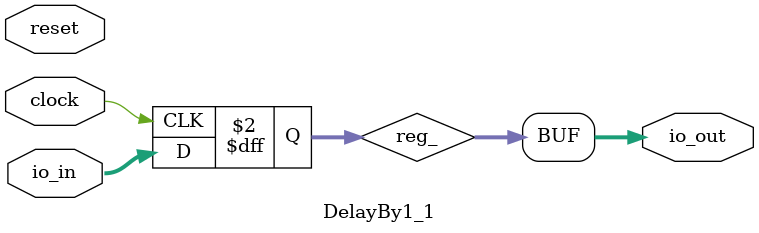
<source format=v>
module DelayBy1_1(
  input         clock,
  input         reset,
  input  [15:0] io_in,
  output [15:0] io_out
);
`ifdef RANDOMIZE_REG_INIT
  reg [31:0] _RAND_0;
`endif // RANDOMIZE_REG_INIT
  reg [15:0] reg_; // @[delayby1.scala 13:24]
  assign io_out = reg_; // @[delayby1.scala 16:10]
  always @(posedge clock) begin
    reg_ <= io_in; // @[delayby1.scala 15:7]
  end
// Register and memory initialization
`ifdef RANDOMIZE_GARBAGE_ASSIGN
`define RANDOMIZE
`endif
`ifdef RANDOMIZE_INVALID_ASSIGN
`define RANDOMIZE
`endif
`ifdef RANDOMIZE_REG_INIT
`define RANDOMIZE
`endif
`ifdef RANDOMIZE_MEM_INIT
`define RANDOMIZE
`endif
`ifndef RANDOM
`define RANDOM $random
`endif
`ifdef RANDOMIZE_MEM_INIT
  integer initvar;
`endif
`ifndef SYNTHESIS
`ifdef FIRRTL_BEFORE_INITIAL
`FIRRTL_BEFORE_INITIAL
`endif
initial begin
  `ifdef RANDOMIZE
    `ifdef INIT_RANDOM
      `INIT_RANDOM
    `endif
    `ifndef VERILATOR
      `ifdef RANDOMIZE_DELAY
        #`RANDOMIZE_DELAY begin end
      `else
        #0.002 begin end
      `endif
    `endif
`ifdef RANDOMIZE_REG_INIT
  _RAND_0 = {1{`RANDOM}};
  reg_ = _RAND_0[15:0];
`endif // RANDOMIZE_REG_INIT
  `endif // RANDOMIZE
end // initial
`ifdef FIRRTL_AFTER_INITIAL
`FIRRTL_AFTER_INITIAL
`endif
`endif // SYNTHESIS
endmodule

</source>
